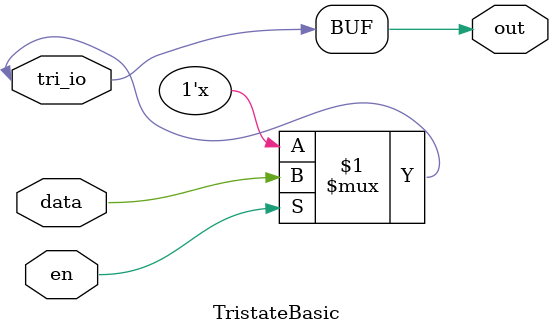
<source format=sv>
module TristateBasic (
    input wire en,
    input wire data,
    inout wire tri_io,
    output wire out
);
    assign tri_io = en ? data : 1'bz;
    assign out = tri_io;
endmodule


</source>
